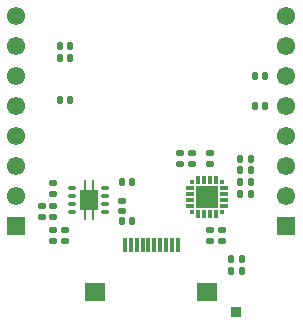
<source format=gbs>
G04*
G04 #@! TF.GenerationSoftware,Altium Limited,Altium Designer,19.1.9 (167)*
G04*
G04 Layer_Color=16711935*
%FSLAX24Y24*%
%MOIN*%
G70*
G01*
G75*
%ADD13R,0.0335X0.0335*%
G04:AMPARAMS|DCode=15|XSize=25.6mil|YSize=19.7mil|CornerRadius=5.4mil|HoleSize=0mil|Usage=FLASHONLY|Rotation=270.000|XOffset=0mil|YOffset=0mil|HoleType=Round|Shape=RoundedRectangle|*
%AMROUNDEDRECTD15*
21,1,0.0256,0.0089,0,0,270.0*
21,1,0.0148,0.0197,0,0,270.0*
1,1,0.0108,-0.0044,-0.0074*
1,1,0.0108,-0.0044,0.0074*
1,1,0.0108,0.0044,0.0074*
1,1,0.0108,0.0044,-0.0074*
%
%ADD15ROUNDEDRECTD15*%
G04:AMPARAMS|DCode=21|XSize=25.6mil|YSize=19.7mil|CornerRadius=5.4mil|HoleSize=0mil|Usage=FLASHONLY|Rotation=180.000|XOffset=0mil|YOffset=0mil|HoleType=Round|Shape=RoundedRectangle|*
%AMROUNDEDRECTD21*
21,1,0.0256,0.0089,0,0,180.0*
21,1,0.0148,0.0197,0,0,180.0*
1,1,0.0108,-0.0074,0.0044*
1,1,0.0108,0.0074,0.0044*
1,1,0.0108,0.0074,-0.0044*
1,1,0.0108,-0.0074,-0.0044*
%
%ADD21ROUNDEDRECTD21*%
%ADD26C,0.0059*%
%ADD27C,0.0020*%
%ADD28C,0.0610*%
%ADD29R,0.0610X0.0610*%
G04:AMPARAMS|DCode=58|XSize=27.6mil|YSize=21.7mil|CornerRadius=6.4mil|HoleSize=0mil|Usage=FLASHONLY|Rotation=270.000|XOffset=0mil|YOffset=0mil|HoleType=Round|Shape=RoundedRectangle|*
%AMROUNDEDRECTD58*
21,1,0.0276,0.0089,0,0,270.0*
21,1,0.0148,0.0217,0,0,270.0*
1,1,0.0128,-0.0044,-0.0074*
1,1,0.0128,-0.0044,0.0074*
1,1,0.0128,0.0044,0.0074*
1,1,0.0128,0.0044,-0.0074*
%
%ADD58ROUNDEDRECTD58*%
%ADD59R,0.0728X0.0728*%
G04:AMPARAMS|DCode=60|XSize=13.8mil|YSize=29.5mil|CornerRadius=3.9mil|HoleSize=0mil|Usage=FLASHONLY|Rotation=0.000|XOffset=0mil|YOffset=0mil|HoleType=Round|Shape=RoundedRectangle|*
%AMROUNDEDRECTD60*
21,1,0.0138,0.0217,0,0,0.0*
21,1,0.0059,0.0295,0,0,0.0*
1,1,0.0079,0.0030,-0.0108*
1,1,0.0079,-0.0030,-0.0108*
1,1,0.0079,-0.0030,0.0108*
1,1,0.0079,0.0030,0.0108*
%
%ADD60ROUNDEDRECTD60*%
G04:AMPARAMS|DCode=61|XSize=15.7mil|YSize=15.7mil|CornerRadius=4.4mil|HoleSize=0mil|Usage=FLASHONLY|Rotation=0.000|XOffset=0mil|YOffset=0mil|HoleType=Round|Shape=RoundedRectangle|*
%AMROUNDEDRECTD61*
21,1,0.0157,0.0069,0,0,0.0*
21,1,0.0069,0.0157,0,0,0.0*
1,1,0.0089,0.0034,-0.0034*
1,1,0.0089,-0.0034,-0.0034*
1,1,0.0089,-0.0034,0.0034*
1,1,0.0089,0.0034,0.0034*
%
%ADD61ROUNDEDRECTD61*%
G04:AMPARAMS|DCode=62|XSize=13.8mil|YSize=29.5mil|CornerRadius=3.9mil|HoleSize=0mil|Usage=FLASHONLY|Rotation=270.000|XOffset=0mil|YOffset=0mil|HoleType=Round|Shape=RoundedRectangle|*
%AMROUNDEDRECTD62*
21,1,0.0138,0.0217,0,0,270.0*
21,1,0.0059,0.0295,0,0,270.0*
1,1,0.0079,-0.0108,-0.0030*
1,1,0.0079,-0.0108,0.0030*
1,1,0.0079,0.0108,0.0030*
1,1,0.0079,0.0108,-0.0030*
%
%ADD62ROUNDEDRECTD62*%
G04:AMPARAMS|DCode=63|XSize=15.7mil|YSize=15.7mil|CornerRadius=4.4mil|HoleSize=0mil|Usage=FLASHONLY|Rotation=270.000|XOffset=0mil|YOffset=0mil|HoleType=Round|Shape=RoundedRectangle|*
%AMROUNDEDRECTD63*
21,1,0.0157,0.0069,0,0,270.0*
21,1,0.0069,0.0157,0,0,270.0*
1,1,0.0089,-0.0034,-0.0034*
1,1,0.0089,-0.0034,0.0034*
1,1,0.0089,0.0034,0.0034*
1,1,0.0089,0.0034,-0.0034*
%
%ADD63ROUNDEDRECTD63*%
%ADD64R,0.0110X0.0344*%
%ADD65R,0.0610X0.0709*%
G04:AMPARAMS|DCode=66|XSize=14.2mil|YSize=25.6mil|CornerRadius=4mil|HoleSize=0mil|Usage=FLASHONLY|Rotation=270.000|XOffset=0mil|YOffset=0mil|HoleType=Round|Shape=RoundedRectangle|*
%AMROUNDEDRECTD66*
21,1,0.0142,0.0175,0,0,270.0*
21,1,0.0061,0.0256,0,0,270.0*
1,1,0.0081,-0.0088,-0.0031*
1,1,0.0081,-0.0088,0.0031*
1,1,0.0081,0.0088,0.0031*
1,1,0.0081,0.0088,-0.0031*
%
%ADD66ROUNDEDRECTD66*%
%ADD67R,0.0118X0.0453*%
%ADD68R,0.0689X0.0610*%
D13*
X7874Y492D02*
D03*
D15*
X8839Y7354D02*
D03*
X8484D02*
D03*
X8839Y8354D02*
D03*
X8484D02*
D03*
X1988Y7579D02*
D03*
X2343D02*
D03*
X7697Y2264D02*
D03*
X8051D02*
D03*
X7697Y1870D02*
D03*
X8051D02*
D03*
X4409Y4823D02*
D03*
X4055D02*
D03*
X2343Y8957D02*
D03*
X1988D02*
D03*
Y9354D02*
D03*
X2343D02*
D03*
X7992Y5217D02*
D03*
X8346D02*
D03*
Y5610D02*
D03*
X7992D02*
D03*
Y4429D02*
D03*
X8346D02*
D03*
X7992Y4823D02*
D03*
X8346D02*
D03*
D21*
X1378Y3661D02*
D03*
Y4016D02*
D03*
X1772Y2874D02*
D03*
Y3228D02*
D03*
X2165Y2874D02*
D03*
Y3228D02*
D03*
X1772Y4016D02*
D03*
Y3661D02*
D03*
Y4803D02*
D03*
Y4449D02*
D03*
X4055Y4213D02*
D03*
Y3858D02*
D03*
X6988Y3228D02*
D03*
Y2874D02*
D03*
X7382Y3228D02*
D03*
Y2874D02*
D03*
X6398Y5787D02*
D03*
Y5433D02*
D03*
X6004Y5787D02*
D03*
Y5433D02*
D03*
X6988D02*
D03*
Y5787D02*
D03*
D26*
X1378Y846D02*
D03*
Y1516D02*
D03*
D27*
X5827Y1929D02*
D03*
X4252D02*
D03*
D28*
X539Y8354D02*
D03*
Y4354D02*
D03*
Y5354D02*
D03*
Y6354D02*
D03*
Y7354D02*
D03*
Y9354D02*
D03*
Y10354D02*
D03*
X9539Y8354D02*
D03*
Y4354D02*
D03*
Y5354D02*
D03*
Y6354D02*
D03*
Y7354D02*
D03*
Y9354D02*
D03*
Y10354D02*
D03*
D29*
X539Y3354D02*
D03*
X9539D02*
D03*
D58*
X4410Y3543D02*
D03*
X4054D02*
D03*
D59*
X6890Y4331D02*
D03*
D60*
X6594Y3760D02*
D03*
X6791D02*
D03*
X6988D02*
D03*
X7185D02*
D03*
Y4902D02*
D03*
X6988D02*
D03*
X6791D02*
D03*
X6594D02*
D03*
D61*
X7382Y3839D02*
D03*
D62*
X7461Y4035D02*
D03*
Y4232D02*
D03*
Y4429D02*
D03*
Y4626D02*
D03*
X6319D02*
D03*
Y4429D02*
D03*
Y4232D02*
D03*
Y4035D02*
D03*
D63*
X7382Y4823D02*
D03*
X6398D02*
D03*
Y3839D02*
D03*
D64*
X2825Y4724D02*
D03*
X3081D02*
D03*
X2825Y3740D02*
D03*
X3081D02*
D03*
D65*
X2953Y4232D02*
D03*
D66*
X2402Y3848D02*
D03*
Y4104D02*
D03*
Y4360D02*
D03*
Y4616D02*
D03*
X3504D02*
D03*
Y4360D02*
D03*
Y3848D02*
D03*
Y4104D02*
D03*
D67*
X5925Y2736D02*
D03*
X5728D02*
D03*
X5531D02*
D03*
X5335D02*
D03*
X5138D02*
D03*
X4941D02*
D03*
X4744D02*
D03*
X4547D02*
D03*
X4154D02*
D03*
X4350D02*
D03*
D68*
X3169Y1161D02*
D03*
X6909D02*
D03*
M02*

</source>
